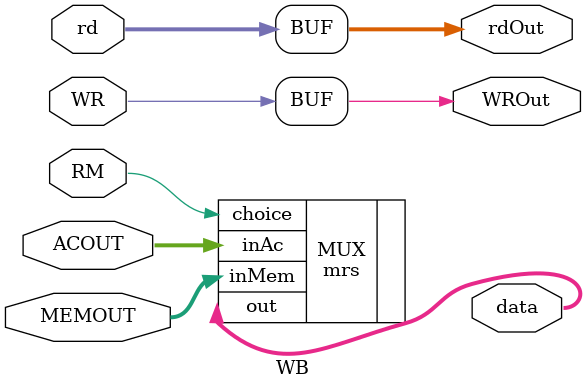
<source format=v>
`include "mrs.v"

module WB(
    WR,
    RM,
    ACOUT,
    MEMOUT,
    rd,
    data,
    WROut,
    rdOut
);

    input WR, RM;
    input [15:0] ACOUT;
    input [15:0] MEMOUT;
    input [1:0] rd;

    output wire [15:0] data;
    output reg WROut;
    output reg [1:0] rdOut;

    initial begin
        WROut = 0;
    end

    mrs MUX( //Mux Register Source
        .inAc(ACOUT),
        .inMem(MEMOUT),
        .choice(RM),
        .out(data)
    );

    always @(*)begin
        WROut = WR;
        rdOut = rd;
    end
endmodule
</source>
